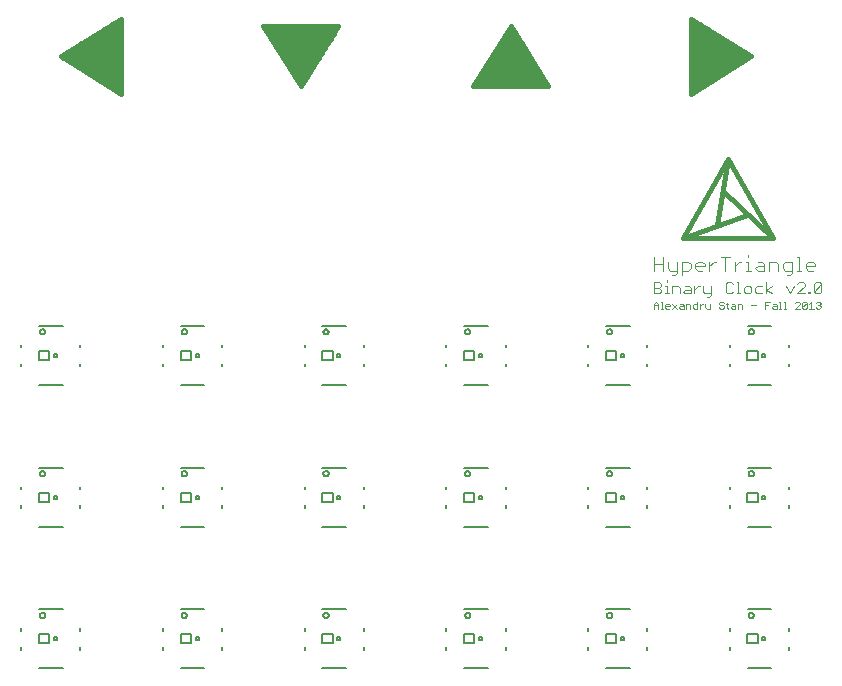
<source format=gto>
G75*
%MOIN*%
%OFA0B0*%
%FSLAX24Y24*%
%IPPOS*%
%LPD*%
%AMOC8*
5,1,8,0,0,1.08239X$1,22.5*
%
%ADD10C,0.0160*%
%ADD11C,0.0040*%
%ADD12C,0.0030*%
%ADD13C,0.0020*%
%ADD14C,0.0080*%
D10*
X024900Y023097D02*
X027025Y023847D01*
X026025Y023522D02*
X026400Y025722D01*
X027900Y023097D01*
X026225Y024647D01*
X026400Y025722D02*
X024900Y023097D01*
X027900Y023097D01*
X025150Y027893D02*
X025150Y030393D01*
X027150Y029143D01*
X025150Y027893D01*
X025150Y027985D02*
X025297Y027985D01*
X025150Y028144D02*
X025551Y028144D01*
X025804Y028302D02*
X025150Y028302D01*
X025150Y028461D02*
X026058Y028461D01*
X026312Y028619D02*
X025150Y028619D01*
X025150Y028778D02*
X026565Y028778D01*
X026819Y028936D02*
X025150Y028936D01*
X025150Y029095D02*
X027072Y029095D01*
X026974Y029253D02*
X025150Y029253D01*
X025150Y029412D02*
X026720Y029412D01*
X026467Y029570D02*
X025150Y029570D01*
X025150Y029729D02*
X026213Y029729D01*
X025960Y029887D02*
X025150Y029887D01*
X025150Y030046D02*
X025706Y030046D01*
X025452Y030204D02*
X025150Y030204D01*
X025150Y030363D02*
X025199Y030363D01*
X020400Y028143D02*
X017900Y028143D01*
X019150Y030143D01*
X020400Y028143D01*
X020400Y028144D02*
X017900Y028144D01*
X017999Y028302D02*
X020301Y028302D01*
X020202Y028461D02*
X018098Y028461D01*
X018198Y028619D02*
X020102Y028619D01*
X020003Y028778D02*
X018297Y028778D01*
X018396Y028936D02*
X019904Y028936D01*
X019805Y029095D02*
X018495Y029095D01*
X018594Y029253D02*
X019706Y029253D01*
X019607Y029412D02*
X018693Y029412D01*
X018792Y029570D02*
X019508Y029570D01*
X019409Y029729D02*
X018891Y029729D01*
X018990Y029887D02*
X019310Y029887D01*
X019211Y030046D02*
X019089Y030046D01*
X013400Y030143D02*
X010900Y030143D01*
X012150Y028143D01*
X013400Y030143D01*
X013339Y030046D02*
X010961Y030046D01*
X011060Y029887D02*
X013240Y029887D01*
X013141Y029729D02*
X011159Y029729D01*
X011258Y029570D02*
X013042Y029570D01*
X012943Y029412D02*
X011357Y029412D01*
X011456Y029253D02*
X012844Y029253D01*
X012745Y029095D02*
X011555Y029095D01*
X011654Y028936D02*
X012646Y028936D01*
X012547Y028778D02*
X011753Y028778D01*
X011852Y028619D02*
X012448Y028619D01*
X012348Y028461D02*
X011952Y028461D01*
X012051Y028302D02*
X012249Y028302D01*
X012150Y028144D02*
X012150Y028144D01*
X006150Y028144D02*
X005749Y028144D01*
X005496Y028302D02*
X006150Y028302D01*
X006150Y028461D02*
X005242Y028461D01*
X004988Y028619D02*
X006150Y028619D01*
X006150Y028778D02*
X004735Y028778D01*
X004481Y028936D02*
X006150Y028936D01*
X006150Y029095D02*
X004228Y029095D01*
X004150Y029143D02*
X006150Y030393D01*
X006150Y027893D01*
X004150Y029143D01*
X004326Y029253D02*
X006150Y029253D01*
X006150Y029412D02*
X004580Y029412D01*
X004833Y029570D02*
X006150Y029570D01*
X006150Y029729D02*
X005087Y029729D01*
X005340Y029887D02*
X006150Y029887D01*
X006150Y030046D02*
X005594Y030046D01*
X005848Y030204D02*
X006150Y030204D01*
X006150Y030363D02*
X006101Y030363D01*
X006150Y027985D02*
X006003Y027985D01*
D11*
X023920Y022452D02*
X023920Y021992D01*
X023920Y022222D02*
X024227Y022222D01*
X024380Y022299D02*
X024380Y022069D01*
X024457Y021992D01*
X024687Y021992D01*
X024687Y021915D02*
X024611Y021839D01*
X024534Y021839D01*
X024687Y021915D02*
X024687Y022299D01*
X024841Y022299D02*
X025071Y022299D01*
X025148Y022222D01*
X025148Y022069D01*
X025071Y021992D01*
X024841Y021992D01*
X024841Y021839D02*
X024841Y022299D01*
X025301Y022222D02*
X025378Y022299D01*
X025531Y022299D01*
X025608Y022222D01*
X025608Y022146D01*
X025301Y022146D01*
X025301Y022222D02*
X025301Y022069D01*
X025378Y021992D01*
X025531Y021992D01*
X025762Y021992D02*
X025762Y022299D01*
X025915Y022299D02*
X025992Y022299D01*
X025915Y022299D02*
X025762Y022146D01*
X026145Y022452D02*
X026452Y022452D01*
X026299Y022452D02*
X026299Y021992D01*
X026606Y021992D02*
X026606Y022299D01*
X026759Y022299D02*
X026836Y022299D01*
X026759Y022299D02*
X026606Y022146D01*
X026989Y022299D02*
X027066Y022299D01*
X027066Y021992D01*
X026989Y021992D02*
X027143Y021992D01*
X027296Y022069D02*
X027373Y022146D01*
X027603Y022146D01*
X027603Y022222D02*
X027603Y021992D01*
X027373Y021992D01*
X027296Y022069D01*
X027373Y022299D02*
X027526Y022299D01*
X027603Y022222D01*
X027757Y022299D02*
X027757Y021992D01*
X028064Y021992D02*
X028064Y022222D01*
X027987Y022299D01*
X027757Y022299D01*
X028217Y022222D02*
X028217Y022069D01*
X028294Y021992D01*
X028524Y021992D01*
X028524Y021915D02*
X028447Y021839D01*
X028370Y021839D01*
X028524Y021915D02*
X028524Y022299D01*
X028294Y022299D01*
X028217Y022222D01*
X028677Y021992D02*
X028831Y021992D01*
X028754Y021992D02*
X028754Y022452D01*
X028677Y022452D01*
X028984Y022222D02*
X029061Y022299D01*
X029215Y022299D01*
X029291Y022222D01*
X029291Y022146D01*
X028984Y022146D01*
X028984Y022222D02*
X028984Y022069D01*
X029061Y021992D01*
X029215Y021992D01*
X027066Y022452D02*
X027066Y022529D01*
X024227Y022452D02*
X024227Y021992D01*
D12*
X024345Y021669D02*
X024345Y021607D01*
X024345Y021484D02*
X024345Y021237D01*
X024283Y021237D02*
X024407Y021237D01*
X024529Y021237D02*
X024529Y021484D01*
X024714Y021484D01*
X024776Y021422D01*
X024776Y021237D01*
X024897Y021299D02*
X024959Y021237D01*
X025144Y021237D01*
X025144Y021422D01*
X025082Y021484D01*
X024959Y021484D01*
X024959Y021360D02*
X025144Y021360D01*
X025265Y021360D02*
X025389Y021484D01*
X025451Y021484D01*
X025572Y021484D02*
X025572Y021299D01*
X025634Y021237D01*
X025819Y021237D01*
X025819Y021175D02*
X025758Y021114D01*
X025696Y021114D01*
X025819Y021175D02*
X025819Y021484D01*
X026309Y021546D02*
X026309Y021299D01*
X026371Y021237D01*
X026494Y021237D01*
X026556Y021299D01*
X026677Y021237D02*
X026801Y021237D01*
X026739Y021237D02*
X026739Y021607D01*
X026677Y021607D01*
X026556Y021546D02*
X026494Y021607D01*
X026371Y021607D01*
X026309Y021546D01*
X026923Y021422D02*
X026923Y021299D01*
X026985Y021237D01*
X027108Y021237D01*
X027170Y021299D01*
X027170Y021422D01*
X027108Y021484D01*
X026985Y021484D01*
X026923Y021422D01*
X027291Y021422D02*
X027291Y021299D01*
X027353Y021237D01*
X027538Y021237D01*
X027660Y021237D02*
X027660Y021607D01*
X027538Y021484D02*
X027353Y021484D01*
X027291Y021422D01*
X027660Y021360D02*
X027845Y021237D01*
X027660Y021360D02*
X027845Y021484D01*
X028335Y021484D02*
X028458Y021237D01*
X028582Y021484D01*
X028703Y021546D02*
X028765Y021607D01*
X028888Y021607D01*
X028950Y021546D01*
X028950Y021484D01*
X028703Y021237D01*
X028950Y021237D01*
X029071Y021237D02*
X029133Y021237D01*
X029133Y021299D01*
X029071Y021299D01*
X029071Y021237D01*
X029256Y021299D02*
X029502Y021546D01*
X029502Y021299D01*
X029441Y021237D01*
X029317Y021237D01*
X029256Y021299D01*
X029256Y021546D01*
X029317Y021607D01*
X029441Y021607D01*
X029502Y021546D01*
X025265Y021484D02*
X025265Y021237D01*
X024959Y021360D02*
X024897Y021299D01*
X024345Y021484D02*
X024283Y021484D01*
X024162Y021484D02*
X024100Y021422D01*
X023915Y021422D01*
X023915Y021237D02*
X024100Y021237D01*
X024162Y021299D01*
X024162Y021360D01*
X024100Y021422D01*
X024162Y021484D02*
X024162Y021546D01*
X024100Y021607D01*
X023915Y021607D01*
X023915Y021237D01*
D13*
X023987Y020962D02*
X024063Y020886D01*
X024063Y020732D01*
X024140Y020732D02*
X024217Y020732D01*
X024179Y020732D02*
X024179Y020962D01*
X024140Y020962D01*
X024063Y020847D02*
X023910Y020847D01*
X023910Y020886D02*
X023987Y020962D01*
X023910Y020886D02*
X023910Y020732D01*
X024294Y020770D02*
X024294Y020847D01*
X024332Y020886D01*
X024409Y020886D01*
X024447Y020847D01*
X024447Y020809D01*
X024294Y020809D01*
X024294Y020770D02*
X024332Y020732D01*
X024409Y020732D01*
X024524Y020732D02*
X024677Y020886D01*
X024792Y020886D02*
X024869Y020886D01*
X024908Y020847D01*
X024908Y020732D01*
X024792Y020732D01*
X024754Y020770D01*
X024792Y020809D01*
X024908Y020809D01*
X024984Y020886D02*
X025099Y020886D01*
X025138Y020847D01*
X025138Y020732D01*
X025214Y020770D02*
X025214Y020847D01*
X025253Y020886D01*
X025368Y020886D01*
X025368Y020962D02*
X025368Y020732D01*
X025253Y020732D01*
X025214Y020770D01*
X024984Y020732D02*
X024984Y020886D01*
X024677Y020732D02*
X024524Y020886D01*
X025445Y020886D02*
X025445Y020732D01*
X025445Y020809D02*
X025521Y020886D01*
X025560Y020886D01*
X025636Y020886D02*
X025636Y020770D01*
X025675Y020732D01*
X025790Y020732D01*
X025790Y020886D01*
X026097Y020886D02*
X026097Y020924D01*
X026135Y020962D01*
X026212Y020962D01*
X026250Y020924D01*
X026212Y020847D02*
X026250Y020809D01*
X026250Y020770D01*
X026212Y020732D01*
X026135Y020732D01*
X026097Y020770D01*
X026135Y020847D02*
X026212Y020847D01*
X026135Y020847D02*
X026097Y020886D01*
X026327Y020886D02*
X026404Y020886D01*
X026365Y020924D02*
X026365Y020770D01*
X026404Y020732D01*
X026481Y020770D02*
X026519Y020809D01*
X026634Y020809D01*
X026634Y020847D02*
X026634Y020732D01*
X026519Y020732D01*
X026481Y020770D01*
X026519Y020886D02*
X026596Y020886D01*
X026634Y020847D01*
X026711Y020886D02*
X026826Y020886D01*
X026864Y020847D01*
X026864Y020732D01*
X026711Y020732D02*
X026711Y020886D01*
X027171Y020847D02*
X027325Y020847D01*
X027631Y020847D02*
X027708Y020847D01*
X027631Y020732D02*
X027631Y020962D01*
X027785Y020962D01*
X027900Y020886D02*
X027977Y020886D01*
X028015Y020847D01*
X028015Y020732D01*
X027900Y020732D01*
X027862Y020770D01*
X027900Y020809D01*
X028015Y020809D01*
X028092Y020732D02*
X028169Y020732D01*
X028130Y020732D02*
X028130Y020962D01*
X028092Y020962D01*
X028245Y020962D02*
X028284Y020962D01*
X028284Y020732D01*
X028322Y020732D02*
X028245Y020732D01*
X028629Y020732D02*
X028782Y020886D01*
X028782Y020924D01*
X028744Y020962D01*
X028667Y020962D01*
X028629Y020924D01*
X028629Y020732D02*
X028782Y020732D01*
X028859Y020770D02*
X029013Y020924D01*
X029013Y020770D01*
X028974Y020732D01*
X028898Y020732D01*
X028859Y020770D01*
X028859Y020924D01*
X028898Y020962D01*
X028974Y020962D01*
X029013Y020924D01*
X029089Y020886D02*
X029166Y020962D01*
X029166Y020732D01*
X029089Y020732D02*
X029243Y020732D01*
X029320Y020770D02*
X029358Y020732D01*
X029435Y020732D01*
X029473Y020770D01*
X029473Y020809D01*
X029435Y020847D01*
X029396Y020847D01*
X029435Y020847D02*
X029473Y020886D01*
X029473Y020924D01*
X029435Y020962D01*
X029358Y020962D01*
X029320Y020924D01*
D14*
X004209Y008736D02*
X003422Y008736D01*
X003415Y009570D02*
X003765Y009570D01*
X003765Y009870D01*
X003415Y009870D01*
X003415Y009570D01*
X002831Y009444D02*
X002831Y009366D01*
X002831Y009996D02*
X002831Y010074D01*
X003452Y010507D02*
X003454Y010525D01*
X003460Y010543D01*
X003469Y010559D01*
X003481Y010572D01*
X003496Y010583D01*
X003513Y010591D01*
X003531Y010595D01*
X003549Y010595D01*
X003567Y010591D01*
X003584Y010583D01*
X003599Y010572D01*
X003611Y010559D01*
X003620Y010543D01*
X003626Y010525D01*
X003628Y010507D01*
X003626Y010489D01*
X003620Y010471D01*
X003611Y010455D01*
X003599Y010442D01*
X003584Y010431D01*
X003567Y010423D01*
X003549Y010419D01*
X003531Y010419D01*
X003513Y010423D01*
X003496Y010431D01*
X003481Y010442D01*
X003469Y010455D01*
X003460Y010471D01*
X003454Y010489D01*
X003452Y010507D01*
X003422Y010704D02*
X004209Y010704D01*
X004800Y010074D02*
X004800Y009996D01*
X004800Y009444D02*
X004800Y009366D01*
X004015Y009670D02*
X003915Y009670D01*
X003915Y009770D01*
X004015Y009770D01*
X004015Y009670D01*
X004209Y013460D02*
X003422Y013460D01*
X003415Y014294D02*
X003765Y014294D01*
X003765Y014594D01*
X003415Y014594D01*
X003415Y014294D01*
X002831Y014169D02*
X002831Y014090D01*
X002831Y014720D02*
X002831Y014799D01*
X003422Y015429D02*
X004209Y015429D01*
X003452Y015232D02*
X003454Y015250D01*
X003460Y015268D01*
X003469Y015284D01*
X003481Y015297D01*
X003496Y015308D01*
X003513Y015316D01*
X003531Y015320D01*
X003549Y015320D01*
X003567Y015316D01*
X003584Y015308D01*
X003599Y015297D01*
X003611Y015284D01*
X003620Y015268D01*
X003626Y015250D01*
X003628Y015232D01*
X003626Y015214D01*
X003620Y015196D01*
X003611Y015180D01*
X003599Y015167D01*
X003584Y015156D01*
X003567Y015148D01*
X003549Y015144D01*
X003531Y015144D01*
X003513Y015148D01*
X003496Y015156D01*
X003481Y015167D01*
X003469Y015180D01*
X003460Y015196D01*
X003454Y015214D01*
X003452Y015232D01*
X003915Y014494D02*
X004015Y014494D01*
X004015Y014394D01*
X003915Y014394D01*
X003915Y014494D01*
X004800Y014720D02*
X004800Y014799D01*
X004800Y014169D02*
X004800Y014090D01*
X007556Y014090D02*
X007556Y014169D01*
X007556Y014720D02*
X007556Y014799D01*
X008140Y014594D02*
X008140Y014294D01*
X008490Y014294D01*
X008490Y014594D01*
X008140Y014594D01*
X008640Y014494D02*
X008640Y014394D01*
X008740Y014394D01*
X008740Y014494D01*
X008640Y014494D01*
X008176Y015232D02*
X008178Y015250D01*
X008184Y015268D01*
X008193Y015284D01*
X008205Y015297D01*
X008220Y015308D01*
X008237Y015316D01*
X008255Y015320D01*
X008273Y015320D01*
X008291Y015316D01*
X008308Y015308D01*
X008323Y015297D01*
X008335Y015284D01*
X008344Y015268D01*
X008350Y015250D01*
X008352Y015232D01*
X008350Y015214D01*
X008344Y015196D01*
X008335Y015180D01*
X008323Y015167D01*
X008308Y015156D01*
X008291Y015148D01*
X008273Y015144D01*
X008255Y015144D01*
X008237Y015148D01*
X008220Y015156D01*
X008205Y015167D01*
X008193Y015180D01*
X008184Y015196D01*
X008178Y015214D01*
X008176Y015232D01*
X008146Y015429D02*
X008933Y015429D01*
X009524Y014799D02*
X009524Y014720D01*
X009524Y014169D02*
X009524Y014090D01*
X008933Y013460D02*
X008146Y013460D01*
X008146Y010704D02*
X008933Y010704D01*
X008176Y010507D02*
X008178Y010525D01*
X008184Y010543D01*
X008193Y010559D01*
X008205Y010572D01*
X008220Y010583D01*
X008237Y010591D01*
X008255Y010595D01*
X008273Y010595D01*
X008291Y010591D01*
X008308Y010583D01*
X008323Y010572D01*
X008335Y010559D01*
X008344Y010543D01*
X008350Y010525D01*
X008352Y010507D01*
X008350Y010489D01*
X008344Y010471D01*
X008335Y010455D01*
X008323Y010442D01*
X008308Y010431D01*
X008291Y010423D01*
X008273Y010419D01*
X008255Y010419D01*
X008237Y010423D01*
X008220Y010431D01*
X008205Y010442D01*
X008193Y010455D01*
X008184Y010471D01*
X008178Y010489D01*
X008176Y010507D01*
X008140Y009870D02*
X008490Y009870D01*
X008490Y009570D01*
X008140Y009570D01*
X008140Y009870D01*
X008640Y009770D02*
X008740Y009770D01*
X008740Y009670D01*
X008640Y009670D01*
X008640Y009770D01*
X009524Y009996D02*
X009524Y010074D01*
X009524Y009444D02*
X009524Y009366D01*
X008933Y008736D02*
X008146Y008736D01*
X007556Y009366D02*
X007556Y009444D01*
X007556Y009996D02*
X007556Y010074D01*
X012280Y009996D02*
X012280Y010074D01*
X012864Y009870D02*
X012864Y009570D01*
X013214Y009570D01*
X013214Y009870D01*
X012864Y009870D01*
X013364Y009770D02*
X013464Y009770D01*
X013464Y009670D01*
X013364Y009670D01*
X013364Y009770D01*
X012901Y010507D02*
X012903Y010525D01*
X012909Y010543D01*
X012918Y010559D01*
X012930Y010572D01*
X012945Y010583D01*
X012962Y010591D01*
X012980Y010595D01*
X012998Y010595D01*
X013016Y010591D01*
X013033Y010583D01*
X013048Y010572D01*
X013060Y010559D01*
X013069Y010543D01*
X013075Y010525D01*
X013077Y010507D01*
X013075Y010489D01*
X013069Y010471D01*
X013060Y010455D01*
X013048Y010442D01*
X013033Y010431D01*
X013016Y010423D01*
X012998Y010419D01*
X012980Y010419D01*
X012962Y010423D01*
X012945Y010431D01*
X012930Y010442D01*
X012918Y010455D01*
X012909Y010471D01*
X012903Y010489D01*
X012901Y010507D01*
X012870Y010704D02*
X013658Y010704D01*
X014248Y010074D02*
X014248Y009996D01*
X014248Y009444D02*
X014248Y009366D01*
X013658Y008736D02*
X012870Y008736D01*
X012280Y009366D02*
X012280Y009444D01*
X012870Y013460D02*
X013658Y013460D01*
X014248Y014090D02*
X014248Y014169D01*
X014248Y014720D02*
X014248Y014799D01*
X013464Y014494D02*
X013464Y014394D01*
X013364Y014394D01*
X013364Y014494D01*
X013464Y014494D01*
X013214Y014594D02*
X013214Y014294D01*
X012864Y014294D01*
X012864Y014594D01*
X013214Y014594D01*
X012901Y015232D02*
X012903Y015250D01*
X012909Y015268D01*
X012918Y015284D01*
X012930Y015297D01*
X012945Y015308D01*
X012962Y015316D01*
X012980Y015320D01*
X012998Y015320D01*
X013016Y015316D01*
X013033Y015308D01*
X013048Y015297D01*
X013060Y015284D01*
X013069Y015268D01*
X013075Y015250D01*
X013077Y015232D01*
X013075Y015214D01*
X013069Y015196D01*
X013060Y015180D01*
X013048Y015167D01*
X013033Y015156D01*
X013016Y015148D01*
X012998Y015144D01*
X012980Y015144D01*
X012962Y015148D01*
X012945Y015156D01*
X012930Y015167D01*
X012918Y015180D01*
X012909Y015196D01*
X012903Y015214D01*
X012901Y015232D01*
X012870Y015429D02*
X013658Y015429D01*
X012280Y014799D02*
X012280Y014720D01*
X012280Y014169D02*
X012280Y014090D01*
X012870Y018185D02*
X013658Y018185D01*
X014248Y018815D02*
X014248Y018893D01*
X014248Y019444D02*
X014248Y019523D01*
X013464Y019219D02*
X013464Y019119D01*
X013364Y019119D01*
X013364Y019219D01*
X013464Y019219D01*
X013214Y019319D02*
X013214Y019019D01*
X012864Y019019D01*
X012864Y019319D01*
X013214Y019319D01*
X012901Y019956D02*
X012903Y019974D01*
X012909Y019992D01*
X012918Y020008D01*
X012930Y020021D01*
X012945Y020032D01*
X012962Y020040D01*
X012980Y020044D01*
X012998Y020044D01*
X013016Y020040D01*
X013033Y020032D01*
X013048Y020021D01*
X013060Y020008D01*
X013069Y019992D01*
X013075Y019974D01*
X013077Y019956D01*
X013075Y019938D01*
X013069Y019920D01*
X013060Y019904D01*
X013048Y019891D01*
X013033Y019880D01*
X013016Y019872D01*
X012998Y019868D01*
X012980Y019868D01*
X012962Y019872D01*
X012945Y019880D01*
X012930Y019891D01*
X012918Y019904D01*
X012909Y019920D01*
X012903Y019938D01*
X012901Y019956D01*
X012870Y020153D02*
X013658Y020153D01*
X012280Y019523D02*
X012280Y019444D01*
X012280Y018893D02*
X012280Y018815D01*
X009524Y018815D02*
X009524Y018893D01*
X009524Y019444D02*
X009524Y019523D01*
X008933Y020153D02*
X008146Y020153D01*
X008176Y019956D02*
X008178Y019974D01*
X008184Y019992D01*
X008193Y020008D01*
X008205Y020021D01*
X008220Y020032D01*
X008237Y020040D01*
X008255Y020044D01*
X008273Y020044D01*
X008291Y020040D01*
X008308Y020032D01*
X008323Y020021D01*
X008335Y020008D01*
X008344Y019992D01*
X008350Y019974D01*
X008352Y019956D01*
X008350Y019938D01*
X008344Y019920D01*
X008335Y019904D01*
X008323Y019891D01*
X008308Y019880D01*
X008291Y019872D01*
X008273Y019868D01*
X008255Y019868D01*
X008237Y019872D01*
X008220Y019880D01*
X008205Y019891D01*
X008193Y019904D01*
X008184Y019920D01*
X008178Y019938D01*
X008176Y019956D01*
X008140Y019319D02*
X008490Y019319D01*
X008490Y019019D01*
X008140Y019019D01*
X008140Y019319D01*
X008640Y019219D02*
X008640Y019119D01*
X008740Y019119D01*
X008740Y019219D01*
X008640Y019219D01*
X008933Y018185D02*
X008146Y018185D01*
X007556Y018815D02*
X007556Y018893D01*
X007556Y019444D02*
X007556Y019523D01*
X004800Y019523D02*
X004800Y019444D01*
X004800Y018893D02*
X004800Y018815D01*
X004209Y018185D02*
X003422Y018185D01*
X002831Y018815D02*
X002831Y018893D01*
X002831Y019444D02*
X002831Y019523D01*
X003415Y019319D02*
X003415Y019019D01*
X003765Y019019D01*
X003765Y019319D01*
X003415Y019319D01*
X003915Y019219D02*
X003915Y019119D01*
X004015Y019119D01*
X004015Y019219D01*
X003915Y019219D01*
X003452Y019956D02*
X003454Y019974D01*
X003460Y019992D01*
X003469Y020008D01*
X003481Y020021D01*
X003496Y020032D01*
X003513Y020040D01*
X003531Y020044D01*
X003549Y020044D01*
X003567Y020040D01*
X003584Y020032D01*
X003599Y020021D01*
X003611Y020008D01*
X003620Y019992D01*
X003626Y019974D01*
X003628Y019956D01*
X003626Y019938D01*
X003620Y019920D01*
X003611Y019904D01*
X003599Y019891D01*
X003584Y019880D01*
X003567Y019872D01*
X003549Y019868D01*
X003531Y019868D01*
X003513Y019872D01*
X003496Y019880D01*
X003481Y019891D01*
X003469Y019904D01*
X003460Y019920D01*
X003454Y019938D01*
X003452Y019956D01*
X003422Y020153D02*
X004209Y020153D01*
X017004Y019523D02*
X017004Y019444D01*
X017004Y018893D02*
X017004Y018815D01*
X017589Y019019D02*
X017589Y019319D01*
X017939Y019319D01*
X017939Y019019D01*
X017589Y019019D01*
X018089Y019119D02*
X018089Y019219D01*
X018189Y019219D01*
X018189Y019119D01*
X018089Y019119D01*
X018382Y018185D02*
X017595Y018185D01*
X018973Y018815D02*
X018973Y018893D01*
X018973Y019444D02*
X018973Y019523D01*
X018382Y020153D02*
X017595Y020153D01*
X017625Y019956D02*
X017627Y019974D01*
X017633Y019992D01*
X017642Y020008D01*
X017654Y020021D01*
X017669Y020032D01*
X017686Y020040D01*
X017704Y020044D01*
X017722Y020044D01*
X017740Y020040D01*
X017757Y020032D01*
X017772Y020021D01*
X017784Y020008D01*
X017793Y019992D01*
X017799Y019974D01*
X017801Y019956D01*
X017799Y019938D01*
X017793Y019920D01*
X017784Y019904D01*
X017772Y019891D01*
X017757Y019880D01*
X017740Y019872D01*
X017722Y019868D01*
X017704Y019868D01*
X017686Y019872D01*
X017669Y019880D01*
X017654Y019891D01*
X017642Y019904D01*
X017633Y019920D01*
X017627Y019938D01*
X017625Y019956D01*
X021729Y019523D02*
X021729Y019444D01*
X021729Y018893D02*
X021729Y018815D01*
X022313Y019019D02*
X022313Y019319D01*
X022663Y019319D01*
X022663Y019019D01*
X022313Y019019D01*
X022813Y019119D02*
X022813Y019219D01*
X022913Y019219D01*
X022913Y019119D01*
X022813Y019119D01*
X023107Y018185D02*
X022319Y018185D01*
X023697Y018815D02*
X023697Y018893D01*
X023697Y019444D02*
X023697Y019523D01*
X023107Y020153D02*
X022319Y020153D01*
X022349Y019956D02*
X022351Y019974D01*
X022357Y019992D01*
X022366Y020008D01*
X022378Y020021D01*
X022393Y020032D01*
X022410Y020040D01*
X022428Y020044D01*
X022446Y020044D01*
X022464Y020040D01*
X022481Y020032D01*
X022496Y020021D01*
X022508Y020008D01*
X022517Y019992D01*
X022523Y019974D01*
X022525Y019956D01*
X022523Y019938D01*
X022517Y019920D01*
X022508Y019904D01*
X022496Y019891D01*
X022481Y019880D01*
X022464Y019872D01*
X022446Y019868D01*
X022428Y019868D01*
X022410Y019872D01*
X022393Y019880D01*
X022378Y019891D01*
X022366Y019904D01*
X022357Y019920D01*
X022351Y019938D01*
X022349Y019956D01*
X026453Y019523D02*
X026453Y019444D01*
X026453Y018893D02*
X026453Y018815D01*
X027037Y019019D02*
X027037Y019319D01*
X027387Y019319D01*
X027387Y019019D01*
X027037Y019019D01*
X027537Y019119D02*
X027537Y019219D01*
X027637Y019219D01*
X027637Y019119D01*
X027537Y019119D01*
X027831Y018185D02*
X027044Y018185D01*
X028422Y018815D02*
X028422Y018893D01*
X028422Y019444D02*
X028422Y019523D01*
X027831Y020153D02*
X027044Y020153D01*
X027074Y019956D02*
X027076Y019974D01*
X027082Y019992D01*
X027091Y020008D01*
X027103Y020021D01*
X027118Y020032D01*
X027135Y020040D01*
X027153Y020044D01*
X027171Y020044D01*
X027189Y020040D01*
X027206Y020032D01*
X027221Y020021D01*
X027233Y020008D01*
X027242Y019992D01*
X027248Y019974D01*
X027250Y019956D01*
X027248Y019938D01*
X027242Y019920D01*
X027233Y019904D01*
X027221Y019891D01*
X027206Y019880D01*
X027189Y019872D01*
X027171Y019868D01*
X027153Y019868D01*
X027135Y019872D01*
X027118Y019880D01*
X027103Y019891D01*
X027091Y019904D01*
X027082Y019920D01*
X027076Y019938D01*
X027074Y019956D01*
X027044Y015429D02*
X027831Y015429D01*
X027074Y015232D02*
X027076Y015250D01*
X027082Y015268D01*
X027091Y015284D01*
X027103Y015297D01*
X027118Y015308D01*
X027135Y015316D01*
X027153Y015320D01*
X027171Y015320D01*
X027189Y015316D01*
X027206Y015308D01*
X027221Y015297D01*
X027233Y015284D01*
X027242Y015268D01*
X027248Y015250D01*
X027250Y015232D01*
X027248Y015214D01*
X027242Y015196D01*
X027233Y015180D01*
X027221Y015167D01*
X027206Y015156D01*
X027189Y015148D01*
X027171Y015144D01*
X027153Y015144D01*
X027135Y015148D01*
X027118Y015156D01*
X027103Y015167D01*
X027091Y015180D01*
X027082Y015196D01*
X027076Y015214D01*
X027074Y015232D01*
X027037Y014594D02*
X027387Y014594D01*
X027387Y014294D01*
X027037Y014294D01*
X027037Y014594D01*
X027537Y014494D02*
X027537Y014394D01*
X027637Y014394D01*
X027637Y014494D01*
X027537Y014494D01*
X028422Y014720D02*
X028422Y014799D01*
X028422Y014169D02*
X028422Y014090D01*
X027831Y013460D02*
X027044Y013460D01*
X026453Y014090D02*
X026453Y014169D01*
X026453Y014720D02*
X026453Y014799D01*
X023697Y014799D02*
X023697Y014720D01*
X023697Y014169D02*
X023697Y014090D01*
X022913Y014394D02*
X022813Y014394D01*
X022813Y014494D01*
X022913Y014494D01*
X022913Y014394D01*
X022663Y014294D02*
X022663Y014594D01*
X022313Y014594D01*
X022313Y014294D01*
X022663Y014294D01*
X022319Y013460D02*
X023107Y013460D01*
X021729Y014090D02*
X021729Y014169D01*
X021729Y014720D02*
X021729Y014799D01*
X022349Y015232D02*
X022351Y015250D01*
X022357Y015268D01*
X022366Y015284D01*
X022378Y015297D01*
X022393Y015308D01*
X022410Y015316D01*
X022428Y015320D01*
X022446Y015320D01*
X022464Y015316D01*
X022481Y015308D01*
X022496Y015297D01*
X022508Y015284D01*
X022517Y015268D01*
X022523Y015250D01*
X022525Y015232D01*
X022523Y015214D01*
X022517Y015196D01*
X022508Y015180D01*
X022496Y015167D01*
X022481Y015156D01*
X022464Y015148D01*
X022446Y015144D01*
X022428Y015144D01*
X022410Y015148D01*
X022393Y015156D01*
X022378Y015167D01*
X022366Y015180D01*
X022357Y015196D01*
X022351Y015214D01*
X022349Y015232D01*
X022319Y015429D02*
X023107Y015429D01*
X018973Y014799D02*
X018973Y014720D01*
X018973Y014169D02*
X018973Y014090D01*
X018189Y014394D02*
X018089Y014394D01*
X018089Y014494D01*
X018189Y014494D01*
X018189Y014394D01*
X017939Y014294D02*
X017939Y014594D01*
X017589Y014594D01*
X017589Y014294D01*
X017939Y014294D01*
X017595Y013460D02*
X018382Y013460D01*
X017004Y014090D02*
X017004Y014169D01*
X017004Y014720D02*
X017004Y014799D01*
X017625Y015232D02*
X017627Y015250D01*
X017633Y015268D01*
X017642Y015284D01*
X017654Y015297D01*
X017669Y015308D01*
X017686Y015316D01*
X017704Y015320D01*
X017722Y015320D01*
X017740Y015316D01*
X017757Y015308D01*
X017772Y015297D01*
X017784Y015284D01*
X017793Y015268D01*
X017799Y015250D01*
X017801Y015232D01*
X017799Y015214D01*
X017793Y015196D01*
X017784Y015180D01*
X017772Y015167D01*
X017757Y015156D01*
X017740Y015148D01*
X017722Y015144D01*
X017704Y015144D01*
X017686Y015148D01*
X017669Y015156D01*
X017654Y015167D01*
X017642Y015180D01*
X017633Y015196D01*
X017627Y015214D01*
X017625Y015232D01*
X017595Y015429D02*
X018382Y015429D01*
X018382Y010704D02*
X017595Y010704D01*
X017625Y010507D02*
X017627Y010525D01*
X017633Y010543D01*
X017642Y010559D01*
X017654Y010572D01*
X017669Y010583D01*
X017686Y010591D01*
X017704Y010595D01*
X017722Y010595D01*
X017740Y010591D01*
X017757Y010583D01*
X017772Y010572D01*
X017784Y010559D01*
X017793Y010543D01*
X017799Y010525D01*
X017801Y010507D01*
X017799Y010489D01*
X017793Y010471D01*
X017784Y010455D01*
X017772Y010442D01*
X017757Y010431D01*
X017740Y010423D01*
X017722Y010419D01*
X017704Y010419D01*
X017686Y010423D01*
X017669Y010431D01*
X017654Y010442D01*
X017642Y010455D01*
X017633Y010471D01*
X017627Y010489D01*
X017625Y010507D01*
X017589Y009870D02*
X017939Y009870D01*
X017939Y009570D01*
X017589Y009570D01*
X017589Y009870D01*
X018089Y009770D02*
X018189Y009770D01*
X018189Y009670D01*
X018089Y009670D01*
X018089Y009770D01*
X018973Y009996D02*
X018973Y010074D01*
X018973Y009444D02*
X018973Y009366D01*
X018382Y008736D02*
X017595Y008736D01*
X017004Y009366D02*
X017004Y009444D01*
X017004Y009996D02*
X017004Y010074D01*
X021729Y009996D02*
X021729Y010074D01*
X022313Y009870D02*
X022313Y009570D01*
X022663Y009570D01*
X022663Y009870D01*
X022313Y009870D01*
X022813Y009770D02*
X022913Y009770D01*
X022913Y009670D01*
X022813Y009670D01*
X022813Y009770D01*
X022349Y010507D02*
X022351Y010525D01*
X022357Y010543D01*
X022366Y010559D01*
X022378Y010572D01*
X022393Y010583D01*
X022410Y010591D01*
X022428Y010595D01*
X022446Y010595D01*
X022464Y010591D01*
X022481Y010583D01*
X022496Y010572D01*
X022508Y010559D01*
X022517Y010543D01*
X022523Y010525D01*
X022525Y010507D01*
X022523Y010489D01*
X022517Y010471D01*
X022508Y010455D01*
X022496Y010442D01*
X022481Y010431D01*
X022464Y010423D01*
X022446Y010419D01*
X022428Y010419D01*
X022410Y010423D01*
X022393Y010431D01*
X022378Y010442D01*
X022366Y010455D01*
X022357Y010471D01*
X022351Y010489D01*
X022349Y010507D01*
X022319Y010704D02*
X023107Y010704D01*
X023697Y010074D02*
X023697Y009996D01*
X023697Y009444D02*
X023697Y009366D01*
X023107Y008736D02*
X022319Y008736D01*
X021729Y009366D02*
X021729Y009444D01*
X026453Y009366D02*
X026453Y009444D01*
X026453Y009996D02*
X026453Y010074D01*
X027037Y009870D02*
X027037Y009570D01*
X027387Y009570D01*
X027387Y009870D01*
X027037Y009870D01*
X027537Y009770D02*
X027637Y009770D01*
X027637Y009670D01*
X027537Y009670D01*
X027537Y009770D01*
X027074Y010507D02*
X027076Y010525D01*
X027082Y010543D01*
X027091Y010559D01*
X027103Y010572D01*
X027118Y010583D01*
X027135Y010591D01*
X027153Y010595D01*
X027171Y010595D01*
X027189Y010591D01*
X027206Y010583D01*
X027221Y010572D01*
X027233Y010559D01*
X027242Y010543D01*
X027248Y010525D01*
X027250Y010507D01*
X027248Y010489D01*
X027242Y010471D01*
X027233Y010455D01*
X027221Y010442D01*
X027206Y010431D01*
X027189Y010423D01*
X027171Y010419D01*
X027153Y010419D01*
X027135Y010423D01*
X027118Y010431D01*
X027103Y010442D01*
X027091Y010455D01*
X027082Y010471D01*
X027076Y010489D01*
X027074Y010507D01*
X027044Y010704D02*
X027831Y010704D01*
X028422Y010074D02*
X028422Y009996D01*
X028422Y009444D02*
X028422Y009366D01*
X027831Y008736D02*
X027044Y008736D01*
M02*

</source>
